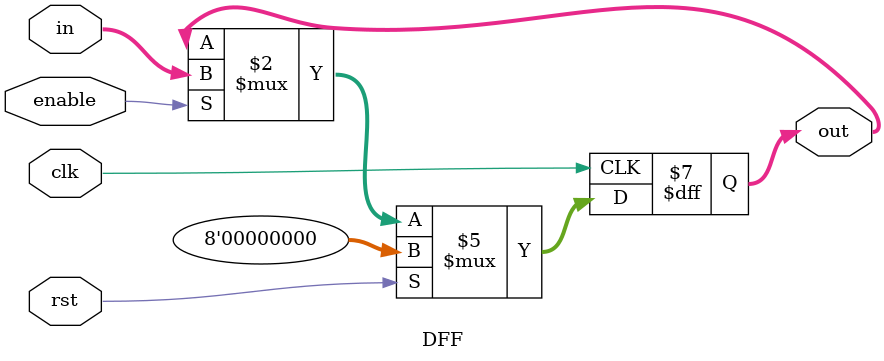
<source format=sv>
/*------------------------------------------------------------------------------
 * File          : DFF.sv
 * Project       : RTL
 * Author        : epwebq
 * Creation date : Jun 21, 2025
 * Description   :
 *------------------------------------------------------------------------------*/

`timescale 1ns/1ns

module DFF #(
	parameter WIDTH = 8  // default width is 8 bits
) (
	input  logic              clk,
	input  logic              rst,     // synchronous reset
	input  logic              enable,  // enable signal
	input  logic [WIDTH-1:0]  in,
	output logic [WIDTH-1:0]  out
);

	always_ff @(posedge clk) begin
		if (rst)
			out <= '0;       // reset all bits to 0
		else if (enable)
			out <= in;       // update only when enable is high
	end

endmodule


</source>
